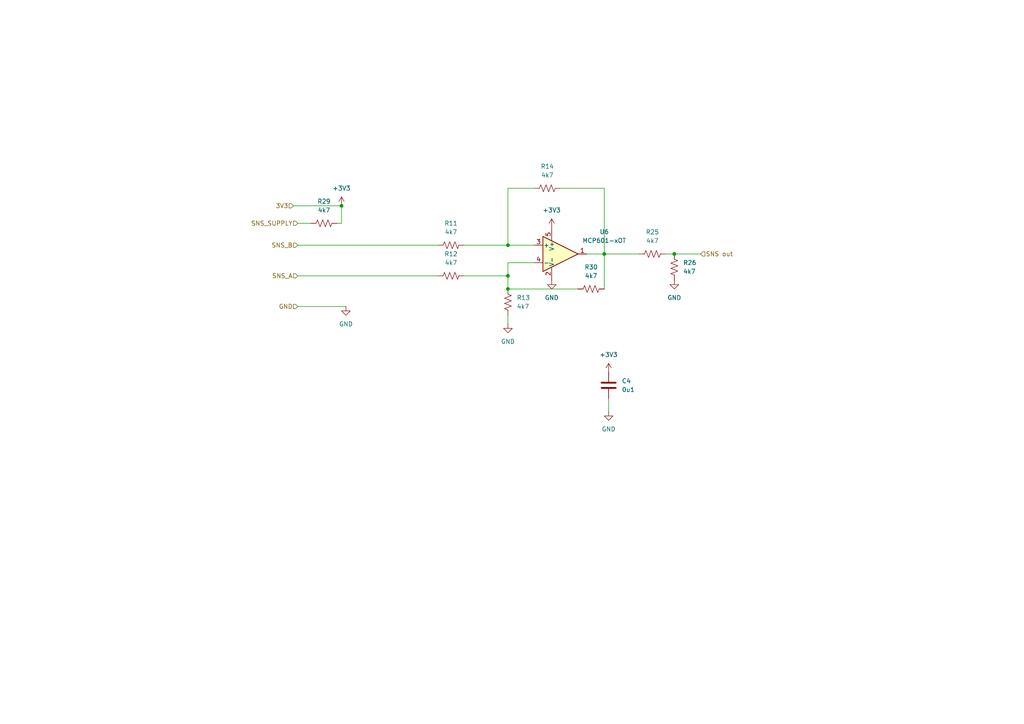
<source format=kicad_sch>
(kicad_sch (version 20250114) (generator "eeschema") (generator_version "9.0")
  (paper "A4")
  (lib_symbols
    (symbol "Amplifier_Operational:MCP601-xOT" (pin_names (offset 0.127))
      (property "Reference" "U" (at -1.27 6.35 0))
      (property "Value" "MCP601-xOT" (at -1.27 3.81 0))
      (symbol "MCP601-xOT_0_1"
        (polyline (pts (xy -5.08 5.08) (xy 5.08 0) (xy -5.08 -5.08) (xy -5.08 5.08)) (stroke (width 0.254)) (fill (type background)))
        (pin power_in line (at -2.54 7.62 270) (length 3.81) (name "V+") (number "5"))
        (pin power_in line (at -2.54 -7.62 90) (length 3.81) (name "V-") (number "2"))
      )
      (symbol "MCP601-xOT_1_1"
        (pin input line (at -7.62 2.54 0) (length 2.54) (name "+") (number "3"))
        (pin input line (at -7.62 -2.54 0) (length 2.54) (name "-") (number "4"))
        (pin output line (at 7.62 0 180) (length 2.54) (name "~") (number "1"))
      )
    )
    (symbol "Device:C" (pin_numbers (hide yes)) (pin_names (offset 0.254))
      (property "Reference" "C" (at 0.635 2.54 0))
      (property "Value" "C" (at 0.635 -2.54 0))
      (symbol "C_0_1"
        (polyline (pts (xy -2.032 0.762) (xy 2.032 0.762)) (stroke (width 0.508)))
        (polyline (pts (xy -2.032 -0.762) (xy 2.032 -0.762)) (stroke (width 0.508)))
      )
      (symbol "C_1_1"
        (pin passive line (at 0 3.81 270) (length 2.794) (name "~") (number "1"))
        (pin passive line (at 0 -3.81 90) (length 2.794) (name "~") (number "2"))
      )
    )
    (symbol "Device:R_US" (pin_numbers (hide yes)) (pin_names (offset 0))
      (property "Reference" "R" (at 2.54 0 90))
      (property "Value" "R_US" (at -2.54 0 90))
      (symbol "R_US_0_1"
        (polyline (pts (xy 0 2.286) (xy 0 2.54)))
        (polyline (pts (xy 0 2.286) (xy 1.016 1.905) (xy 0 1.524) (xy -1.016 1.143) (xy 0 0.762)))
        (polyline (pts (xy 0 0.762) (xy 1.016 0.381) (xy 0 0) (xy -1.016 -0.381) (xy 0 -0.762)))
        (polyline (pts (xy 0 -0.762) (xy 1.016 -1.143) (xy 0 -1.524) (xy -1.016 -1.905) (xy 0 -2.286)))
        (polyline (pts (xy 0 -2.286) (xy 0 -2.54)))
      )
      (symbol "R_US_1_1"
        (pin passive line (at 0 3.81 270) (length 1.27) (name "~") (number "1"))
        (pin passive line (at 0 -3.81 90) (length 1.27) (name "~") (number "2"))
      )
    )
    (symbol "power:+3V3" (power) (pin_numbers (hide yes)) (pin_names (offset 0) (hide yes))
      (property "Value" "+3V3" (at 0 3.556 0))
      (symbol "+3V3_0_1"
        (polyline (pts (xy -0.762 1.27) (xy 0 2.54)))
        (polyline (pts (xy 0 2.54) (xy 0.762 1.27)))
        (polyline (pts (xy 0 0) (xy 0 2.54)))
      )
      (symbol "+3V3_1_1"
        (pin power_in line (at 0 0 90) (length 0) (name "~") (number "1"))
      )
    )
    (symbol "power:GND" (power) (pin_numbers (hide yes)) (pin_names (offset 0) (hide yes))
      (property "Value" "GND" (at 0 -3.81 0))
      (symbol "GND_0_1"
        (polyline (pts (xy 0 0) (xy 0 -1.27) (xy 1.27 -1.27) (xy 0 -2.54) (xy -1.27 -1.27) (xy 0 -1.27)))
      )
      (symbol "GND_1_1"
        (pin power_in line (at 0 0 270) (length 0) (name "~") (number "1"))
      )
    )
  )
  (junction (at 147.32 80.01))
  (junction (at 175.26 73.66))
  (junction (at 99.06 59.69))
  (junction (at 147.32 71.12))
  (junction (at 147.32 83.82))
  (junction (at 195.58 73.66))
  (wire (pts (xy 97.79 64.77) (xy 99.06 64.77)))
  (wire (pts (xy 154.94 54.61) (xy 147.32 54.61)))
  (wire (pts (xy 193.04 73.66) (xy 195.58 73.66)))
  (wire (pts (xy 175.26 73.66) (xy 175.26 83.82)))
  (wire (pts (xy 162.56 54.61) (xy 175.26 54.61)))
  (wire (pts (xy 86.36 71.12) (xy 127 71.12)))
  (wire (pts (xy 147.32 83.82) (xy 167.64 83.82)))
  (wire (pts (xy 176.53 115.57) (xy 176.53 119.38)))
  (wire (pts (xy 175.26 54.61) (xy 175.26 73.66)))
  (wire (pts (xy 147.32 71.12) (xy 154.94 71.12)))
  (wire (pts (xy 203.2 73.66) (xy 195.58 73.66)))
  (wire (pts (xy 147.32 91.44) (xy 147.32 93.98)))
  (wire (pts (xy 86.36 88.9) (xy 100.33 88.9)))
  (wire (pts (xy 147.32 80.01) (xy 134.62 80.01)))
  (wire (pts (xy 147.32 80.01) (xy 147.32 83.82)))
  (wire (pts (xy 175.26 73.66) (xy 170.18 73.66)))
  (wire (pts (xy 147.32 54.61) (xy 147.32 71.12)))
  (wire (pts (xy 127 80.01) (xy 86.36 80.01)))
  (wire (pts (xy 185.42 73.66) (xy 175.26 73.66)))
  (wire (pts (xy 134.62 71.12) (xy 147.32 71.12)))
  (wire (pts (xy 154.94 76.2) (xy 147.32 76.2)))
  (wire (pts (xy 147.32 76.2) (xy 147.32 80.01)))
  (wire (pts (xy 85.09 59.69) (xy 99.06 59.69)))
  (wire (pts (xy 99.06 64.77) (xy 99.06 59.69)))
  (wire (pts (xy 86.36 64.77) (xy 90.17 64.77)))
  (hierarchical_label "SNS_A" (shape input) (at 86.36 80.01 180))
  (hierarchical_label "GND" (shape input) (at 86.36 88.9 180))
  (hierarchical_label "SNS out" (shape input) (at 203.2 73.66 0))
  (hierarchical_label "SNS_SUPPLY" (shape input) (at 86.36 64.77 180))
  (hierarchical_label "SNS_B" (shape input) (at 86.36 71.12 180))
  (hierarchical_label "3V3" (shape input) (at 85.09 59.69 180))
  (symbol (lib_id "power:GND") (at 147.32 93.98 0) (unit 1)
    (property "Reference" "#PWR033" (effects (hide yes)))
    (property "Value" "GND" (at 147.32 99.06 0))
    (property "Description" "Power symbol creates a global label with name \"GND\" , ground" (effects (hide yes)))
  )
  (symbol (lib_id "Amplifier_Operational:MCP601-xOT") (at 162.56 73.66 0) (unit 1)
    (property "Reference" "U6" (at 175.26 67.2398 0))
    (property "Value" "MCP601-xOT" (at 175.26 69.7798 0))
    (property "Footprint" "Package_TO_SOT_SMD:SOT-23-5" (effects (hide yes)))
    (property "Datasheet" "http://ww1.microchip.com/downloads/en/DeviceDoc/21314g.pdf" (effects (hide yes)))
    (property "Description" "Single 2.7V to 6.0V Single Supply CMOS Op Amps, SOT-23-5" (effects (hide yes)))
  )
  (symbol (lib_id "power:+3V3") (at 99.06 59.69 0) (unit 1)
    (property "Reference" "#PWR029" (effects (hide yes)))
    (property "Value" "+3V3" (at 99.06 54.61 0))
    (property "Description" "Power symbol creates a global label with name \"+3V3\"" (effects (hide yes)))
  )
  (symbol (lib_id "power:GND") (at 100.33 88.9 0) (unit 1)
    (property "Reference" "#PWR030" (effects (hide yes)))
    (property "Value" "GND" (at 100.33 93.98 0))
    (property "Description" "Power symbol creates a global label with name \"GND\" , ground" (effects (hide yes)))
  )
  (symbol (lib_id "power:+3V3") (at 176.53 107.95 0) (unit 1)
    (property "Reference" "#PWR063" (effects (hide yes)))
    (property "Value" "+3V3" (at 176.53 102.87 0))
    (property "Description" "Power symbol creates a global label with name \"+3V3\"" (effects (hide yes)))
  )
  (symbol (lib_id "Device:R_US") (at 130.81 80.01 90) (unit 1)
    (property "Reference" "R12" (at 130.81 73.66 90))
    (property "Value" "4k7" (at 130.81 76.2 90))
    (property "Footprint" "Resistor_SMD:R_0603_1608Metric_Pad0.98x0.95mm_HandSolder" (effects (hide yes)))
    (property "Description" "Resistor, US symbol" (effects (hide yes)))
  )
  (symbol (lib_id "Device:R_US") (at 195.58 77.47 0) (unit 1)
    (property "Reference" "R26" (at 198.12 76.1999 0) (effects (justify left)))
    (property "Value" "4k7" (at 198.12 78.7399 0) (effects (justify left)))
    (property "Footprint" "Resistor_SMD:R_0603_1608Metric_Pad0.98x0.95mm_HandSolder" (effects (hide yes)))
    (property "Description" "Resistor, US symbol" (effects (hide yes)))
  )
  (symbol (lib_id "Device:R_US") (at 93.98 64.77 90) (unit 1)
    (property "Reference" "R29" (at 93.98 58.42 90))
    (property "Value" "4k7" (at 93.98 60.96 90))
    (property "Footprint" "Resistor_SMD:R_0603_1608Metric_Pad0.98x0.95mm_HandSolder" (effects (hide yes)))
    (property "Description" "Resistor, US symbol" (effects (hide yes)))
  )
  (symbol (lib_id "Device:C") (at 176.53 111.76 0) (unit 1)
    (property "Reference" "C4" (at 180.34 110.4899 0) (effects (justify left)))
    (property "Value" "0u1" (at 180.34 113.0299 0) (effects (justify left)))
    (property "Footprint" "Capacitor_SMD:C_0603_1608Metric" (effects (hide yes)))
    (property "Description" "Unpolarized capacitor" (effects (hide yes)))
  )
  (symbol (lib_id "Device:R_US") (at 158.75 54.61 90) (unit 1)
    (property "Reference" "R14" (at 158.75 48.26 90))
    (property "Value" "4k7" (at 158.75 50.8 90))
    (property "Footprint" "Resistor_SMD:R_0603_1608Metric_Pad0.98x0.95mm_HandSolder" (effects (hide yes)))
    (property "Description" "Resistor, US symbol" (effects (hide yes)))
  )
  (symbol (lib_id "Device:R_US") (at 189.23 73.66 90) (unit 1)
    (property "Reference" "R25" (at 189.23 67.31 90))
    (property "Value" "4k7" (at 189.23 69.85 90))
    (property "Footprint" "Resistor_SMD:R_0603_1608Metric_Pad0.98x0.95mm_HandSolder" (effects (hide yes)))
    (property "Description" "Resistor, US symbol" (effects (hide yes)))
  )
  (symbol (lib_id "Device:R_US") (at 171.45 83.82 90) (unit 1)
    (property "Reference" "R30" (at 171.45 77.47 90))
    (property "Value" "4k7" (at 171.45 80.01 90))
    (property "Footprint" "Resistor_SMD:R_0603_1608Metric_Pad0.98x0.95mm_HandSolder" (effects (hide yes)))
    (property "Description" "Resistor, US symbol" (effects (hide yes)))
  )
  (symbol (lib_id "Device:R_US") (at 147.32 87.63 0) (unit 1)
    (property "Reference" "R13" (at 149.86 86.3599 0) (effects (justify left)))
    (property "Value" "4k7" (at 149.86 88.8999 0) (effects (justify left)))
    (property "Footprint" "Resistor_SMD:R_0603_1608Metric_Pad0.98x0.95mm_HandSolder" (effects (hide yes)))
    (property "Description" "Resistor, US symbol" (effects (hide yes)))
  )
  (symbol (lib_id "power:GND") (at 176.53 119.38 0) (unit 1)
    (property "Reference" "#PWR064" (effects (hide yes)))
    (property "Value" "GND" (at 176.53 124.46 0))
    (property "Description" "Power symbol creates a global label with name \"GND\" , ground" (effects (hide yes)))
  )
  (symbol (lib_id "Device:R_US") (at 130.81 71.12 90) (unit 1)
    (property "Reference" "R11" (at 130.81 64.77 90))
    (property "Value" "4k7" (at 130.81 67.31 90))
    (property "Footprint" "Resistor_SMD:R_0603_1608Metric_Pad0.98x0.95mm_HandSolder" (effects (hide yes)))
    (property "Description" "Resistor, US symbol" (effects (hide yes)))
  )
  (symbol (lib_id "power:+3V3") (at 160.02 66.04 0) (unit 1)
    (property "Reference" "#PWR031" (effects (hide yes)))
    (property "Value" "+3V3" (at 160.02 60.96 0))
    (property "Description" "Power symbol creates a global label with name \"+3V3\"" (effects (hide yes)))
  )
  (symbol (lib_id "power:GND") (at 160.02 81.28 0) (unit 1)
    (property "Reference" "#PWR032" (effects (hide yes)))
    (property "Value" "GND" (at 160.02 86.36 0))
    (property "Description" "Power symbol creates a global label with name \"GND\" , ground" (effects (hide yes)))
  )
  (symbol (lib_id "power:GND") (at 195.58 81.28 0) (unit 1)
    (property "Reference" "#PWR044" (effects (hide yes)))
    (property "Value" "GND" (at 195.58 86.36 0))
    (property "Description" "Power symbol creates a global label with name \"GND\" , ground" (effects (hide yes)))
  )
)
</source>
